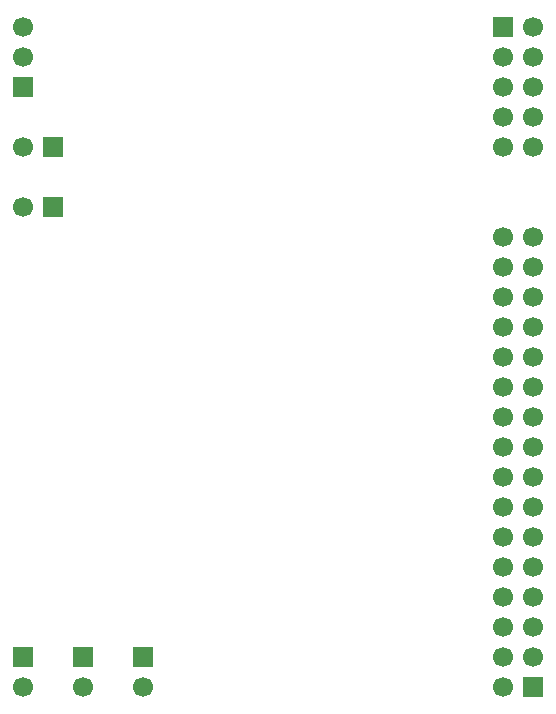
<source format=gbs>
G04 #@! TF.GenerationSoftware,KiCad,Pcbnew,9.0.1*
G04 #@! TF.CreationDate,2025-10-08T22:03:34-06:00*
G04 #@! TF.ProjectId,testbench,74657374-6265-46e6-9368-2e6b69636164,rev?*
G04 #@! TF.SameCoordinates,Original*
G04 #@! TF.FileFunction,Soldermask,Bot*
G04 #@! TF.FilePolarity,Negative*
%FSLAX46Y46*%
G04 Gerber Fmt 4.6, Leading zero omitted, Abs format (unit mm)*
G04 Created by KiCad (PCBNEW 9.0.1) date 2025-10-08 22:03:34*
%MOMM*%
%LPD*%
G01*
G04 APERTURE LIST*
%ADD10R,1.700000X1.700000*%
%ADD11C,1.700000*%
G04 APERTURE END LIST*
D10*
X121920000Y-132080000D03*
D11*
X121920000Y-134620000D03*
D10*
X116840000Y-132080000D03*
D11*
X116840000Y-134620000D03*
X111760000Y-134620000D03*
D10*
X111760000Y-132080000D03*
D11*
X111760000Y-93980000D03*
D10*
X114300000Y-93980000D03*
D11*
X111760000Y-88900000D03*
D10*
X114300000Y-88900000D03*
X111760000Y-83820000D03*
D11*
X111760000Y-81280000D03*
X111760000Y-78740000D03*
D10*
X152400000Y-78740000D03*
D11*
X154940000Y-78740000D03*
X152400000Y-81280000D03*
X154940000Y-81280000D03*
X152400000Y-83820000D03*
X154940000Y-83820000D03*
X152400000Y-86360000D03*
X154940000Y-86360000D03*
X152400000Y-88900000D03*
X154940000Y-88900000D03*
D10*
X154940000Y-134620000D03*
D11*
X152400000Y-134620000D03*
X154940000Y-132080000D03*
X152400000Y-132080000D03*
X154940000Y-129540000D03*
X152400000Y-129540000D03*
X154940000Y-127000000D03*
X152400000Y-127000000D03*
X154940000Y-124460000D03*
X152400000Y-124460000D03*
X154940000Y-121920000D03*
X152400000Y-121920000D03*
X154940000Y-119380000D03*
X152400000Y-119380000D03*
X154940000Y-116840000D03*
X152400000Y-116840000D03*
X154940000Y-114300000D03*
X152400000Y-114300000D03*
X154940000Y-111760000D03*
X152400000Y-111760000D03*
X154940000Y-109220000D03*
X152400000Y-109220000D03*
X154940000Y-106680000D03*
X152400000Y-106680000D03*
X154940000Y-104140000D03*
X152400000Y-104140000D03*
X154940000Y-101600000D03*
X152400000Y-101600000D03*
X154940000Y-99060000D03*
X152400000Y-99060000D03*
X154940000Y-96520000D03*
X152400000Y-96520000D03*
M02*

</source>
